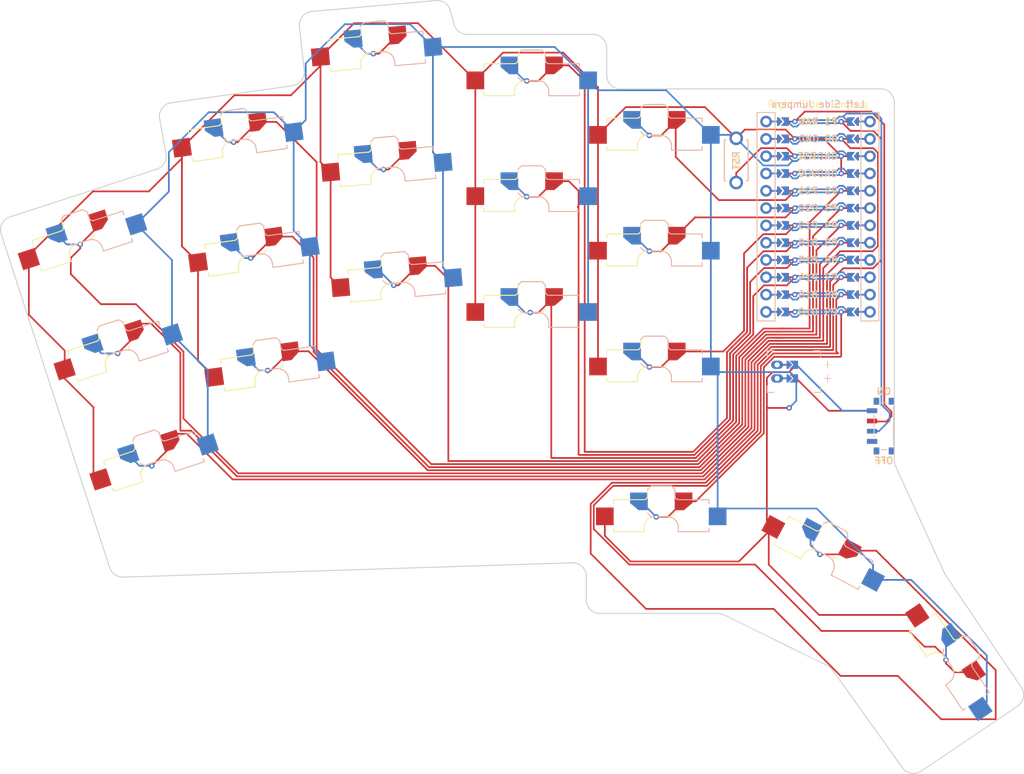
<source format=kicad_pcb>
(kicad_pcb (version 20240108) (generator "pcbnew") (generator_version "8.0")
  (title_block (title "AlcoKeb") (rev "v1.0.0") (company "Unknown"))
  (layers (0 "F.Cu" signal) (31 "B.Cu" signal) (34 "B.Paste" user) (35 "F.Paste" user) (36 "B.SilkS" user "B.Silkscreen") (37 "F.SilkS" user "F.Silkscreen") (38 "B.Mask" user) (39 "F.Mask" user) (44 "Edge.Cuts" user))
  (net 0 "")
  (net 1 "P1")
  (net 2 "GND")
  (net 3 "P6")
  (net 4 "P0")
  (net 5 "P5")
  (net 6 "P4")
  (net 7 "P3")
  (net 8 "P2")
  (net 9 "P10")
  (net 10 "P16")
  (net 11 "P14")
  (net 12 "P15")
  (net 13 "P18")
  (net 14 "P19")
  (net 15 "P20")
  (net 16 "P21")
  (net 17 "P9")
  (net 18 "P7")
  (net 19 "P8")
  (net 20 "RAW")
  (net 21 "RST")
  (net 22 "VCC")
  (net 23 "MCU1_24")
  (net 24 "MCU1_1")
  (net 25 "MCU1_23")
  (net 26 "MCU1_2")
  (net 27 "MCU1_22")
  (net 28 "MCU1_3")
  (net 29 "MCU1_21")
  (net 30 "MCU1_4")
  (net 31 "MCU1_20")
  (net 32 "MCU1_5")
  (net 33 "MCU1_19")
  (net 34 "MCU1_6")
  (net 35 "MCU1_18")
  (net 36 "MCU1_7")
  (net 37 "MCU1_17")
  (net 38 "MCU1_8")
  (net 39 "MCU1_16")
  (net 40 "MCU1_9")
  (net 41 "MCU1_15")
  (net 42 "MCU1_10")
  (net 43 "MCU1_14")
  (net 44 "MCU1_11")
  (net 45 "MCU1_13")
  (net 46 "MCU1_12")
  (net 47 "BAT_P")
  (net 48 "JST1_1")
  (net 49 "JST1_2")
  (footprint "ceoloide:reset_switch_tht_top" (layer "F.Cu") (at 234.231933 102.168995 -90)
    (property "Reference" "RST1" (hide yes))
    (property "Value" "reset_switch_tht_top")
  )
  (footprint "ceoloide:mcu_nice_nano" (layer "F.Cu") (at 246.231933 109.168995)
    (property "Reference" "MCU1" (hide yes))
    (property "Value" "")
  )
  (footprint "ceoloide:battery_connector_jst_ph_2" (layer "F.Cu") (at 240.231933 133.168995 90)
    (property "Reference" "JST1" (hide yes))
    (property "Value" "")
  )
  (footprint "ceoloide:power_switch_smd_side" (layer "F.Cu") (at 255.891933 141.168995)
    (property "Reference" "PWR1" (hide yes))
    (property "Value" "power_switch")
  )
  (footprint "ceoloide:switch_choc_v1_v2" (layer "B.Cu") (at 245.231933 163.168995 -28)
    (property "Reference" "S17" (hide yes))
    (property "Value" "")
  )
  (footprint "ceoloide:switch_choc_v1_v2" (layer "B.Cu") (at 161.635783 102.864814 8)
    (property "Reference" "S6" (hide yes))
    (property "Value" "")
  )
  (footprint "ceoloide:switch_choc_v1_v2" (layer "B.Cu") (at 222.231933 119.168995)
    (property "Reference" "S14" (hide yes))
    (property "Value" "")
  )
  (footprint "ceoloide:switch_choc_v1_v2" (layer "B.Cu") (at 144.746711 133.832039 18)
    (property "Reference" "S2" (hide yes))
    (property "Value" "")
  )
  (footprint "ceoloide:switch_choc_v1_v2" (layer "B.Cu") (at 204.231933 128.168995)
    (property "Reference" "S10" (hide yes))
    (property "Value" "")
  )
  (footprint "ceoloide:switch_choc_v1_v2" (layer "B.Cu") (at 262.309422 177.912107 -56)
    (property "Reference" "S18" (hide yes))
    (property "Value" "")
  )
  (footprint "ceoloide:switch_choc_v1_v2" (layer "B.Cu") (at 222.231933 136.168995)
    (property "Reference" "S13" (hide yes))
    (property "Value" "")
  )
  (footprint "ceoloide:switch_choc_v1_v2" (layer "B.Cu") (at 181.818004 89.977166 5)
    (property "Reference" "S9" (hide yes))
    (property "Value" "")
  )
  (footprint "ceoloide:switch_choc_v1_v2" (layer "B.Cu") (at 204.231933 94.168995)
    (property "Reference" "S12" (hide yes))
    (property "Value" "")
  )
  (footprint "ceoloide:switch_choc_v1_v2" (layer "B.Cu") (at 166.367669 136.533929 8)
    (property "Reference" "S4" (hide yes))
    (property "Value" "")
  )
  (footprint "ceoloide:switch_choc_v1_v2" (layer "B.Cu") (at 184.781299 123.847786 5)
    (property "Reference" "S7" (hide yes))
    (property "Value" "")
  )
  (footprint "ceoloide:switch_choc_v1_v2" (layer "B.Cu") (at 183.299651 106.912476 5)
    (property "Reference" "S8" (hide yes))
    (property "Value" "")
  )
  (footprint "ceoloide:switch_choc_v1_v2" (layer "B.Cu") (at 204.231933 111.168995)
    (property "Reference" "S11" (hide yes))
    (property "Value" "")
  )
  (footprint "ceoloide:switch_choc_v1_v2" (layer "B.Cu") (at 139.493422 117.664078 18)
    (property "Reference" "S3" (hide yes))
    (property "Value" "")
  )
  (footprint "ceoloide:switch_choc_v1_v2" (layer "B.Cu") (at 223.231933 158.168995)
    (property "Reference" "S16" (hide yes))
    (property "Value" "")
  )
  (footprint "ceoloide:switch_choc_v1_v2" (layer "B.Cu") (at 164.001726 119.699371 8)
    (property "Reference" "S5" (hide yes))
    (property "Value" "")
  )
  (footprint "ceoloide:switch_choc_v1_v2" (layer "B.Cu") (at 150 150 18)
    (property "Reference" "S1" (hide yes))
    (property "Value" "")
  )
  (footprint "ceoloide:switch_choc_v1_v2" (layer "B.Cu") (at 222.231933 102.168995)
    (property "Reference" "S15" (hide yes))
    (property "Value" "")
  )
  (gr_line (start 151.341459 93.708398) (end 169.150619 91.205483) (stroke (width 0.15)) (layer "Edge.Cuts"))
  (gr_line (start 257.613056 147.065111) (end 264.794615 162.771184) (stroke (width 0.15)) (layer "Edge.Cuts"))
  (gr_line (start 231.566021 168.668995) (end 214.231933 168.668995) (stroke (width 0.15)) (layer "Edge.Cuts"))
  (gr_line (start 192.295693 80.178838) (end 192.834433 82.187178) (stroke (width 0.15)) (layer "Edge.Cuts"))
  (gr_line (start 217.231933 91.668995) (end 255.431933 91.668995) (stroke (width 0.15)) (layer "Edge.Cuts"))
  (gr_line (start 257.431933 93.668995) (end 257.431933 146.233434) (stroke (width 0.15)) (layer "Edge.Cuts"))
  (gr_line (start 258.623637 191.320628) (end 248.364645 176.979789) (stroke (width 0.15)) (layer "Edge.Cuts"))
  (gr_arc (start 170.860852 89.011515) (mid 170.449648 90.454536) (end 169.150619 91.205483) (stroke (width 0.15)) (layer "Edge.Cuts"))
  (gr_arc (start 261.368656 191.81506) (mid 259.895736 192.125311) (end 258.623637 191.320628) (stroke (width 0.15)) (layer "Edge.Cuts"))
  (gr_line (start 212.231933 166.668995) (end 212.231933 163.233838) (stroke (width 0.15)) (layer "Edge.Cuts"))
  (gr_arc (start 231.566021 168.668995) (mid 232.019783 168.72115) (end 232.449879 168.874895) (stroke (width 0.15)) (layer "Edge.Cuts"))
  (gr_arc (start 210.168141 161.234856) (mid 211.62341 161.797248) (end 212.231933 163.233838) (stroke (width 0.15)) (layer "Edge.Cuts"))
  (gr_line (start 247.62187 176.349332) (end 232.449879 168.874895) (stroke (width 0.15)) (layer "Edge.Cuts"))
  (gr_arc (start 149.651734 96.04488) (mid 149.999192 94.51692) (end 151.341459 93.708398) (stroke (width 0.15)) (layer "Edge.Cuts"))
  (gr_arc (start 213.231933 83.668995) (mid 214.646147 84.254781) (end 215.231933 85.668995) (stroke (width 0.15)) (layer "Edge.Cuts"))
  (gr_arc (start 190.189676 78.704631) (mid 191.510909 79.058555) (end 192.295693 80.178838) (stroke (width 0.15)) (layer "Edge.Cuts"))
  (gr_arc (start 217.231933 91.668995) (mid 215.817719 91.083209) (end 215.231933 89.668995) (stroke (width 0.15)) (layer "Edge.Cuts"))
  (gr_line (start 194.766139 83.668995) (end 213.231933 83.668995) (stroke (width 0.15)) (layer "Edge.Cuts"))
  (gr_arc (start 276.047053 179.50192) (mid 276.352232 181.001924) (end 275.507364 182.278381) (stroke (width 0.15)) (layer "Edge.Cuts"))
  (gr_arc (start 214.231933 168.668995) (mid 212.817719 168.083209) (end 212.231933 166.668995) (stroke (width 0.15)) (layer "Edge.Cuts"))
  (gr_line (start 210.16814 161.234856) (end 144.284694 163.337359) (stroke (width 0.15)) (layer "Edge.Cuts"))
  (gr_arc (start 150.58422 101.200701) (mid 150.332742 102.582955) (end 149.234183 103.45876) (stroke (width 0.15)) (layer "Edge.Cuts"))
  (gr_line (start 264.955417 163.057893) (end 276.047053 179.50192) (stroke (width 0.15)) (layer "Edge.Cuts"))
  (gr_line (start 215.231933 85.668995) (end 215.231933 89.668995) (stroke (width 0.15)) (layer "Edge.Cuts"))
  (gr_line (start 127.689235 110.459138) (end 149.234183 103.45876) (stroke (width 0.15)) (layer "Edge.Cuts"))
  (gr_line (start 142.318789 161.956411) (end 126.405156 112.979285) (stroke (width 0.15)) (layer "Edge.Cuts"))
  (gr_line (start 171.976663 80.298064) (end 190.189676 78.704631) (stroke (width 0.15)) (layer "Edge.Cuts"))
  (gr_arc (start 247.62187 176.349332) (mid 248.032234 176.61864) (end 248.364645 176.979789) (stroke (width 0.15)) (layer "Edge.Cuts"))
  (gr_arc (start 170.162395 82.503885) (mid 170.606327 81.019995) (end 171.976663 80.298064) (stroke (width 0.15)) (layer "Edge.Cuts"))
  (gr_arc (start 264.955417 163.057893) (mid 264.869116 162.917848) (end 264.794615 162.771184) (stroke (width 0.15)) (layer "Edge.Cuts"))
  (gr_line (start 170.860852 89.011515) (end 170.162395 82.503885) (stroke (width 0.15)) (layer "Edge.Cuts"))
  (gr_arc (start 257.613056 147.065111) (mid 257.477738 146.65902) (end 257.431933 146.233434) (stroke (width 0.15)) (layer "Edge.Cuts"))
  (gr_line (start 275.507363 182.278381) (end 261.368655 191.81506) (stroke (width 0.15)) (layer "Edge.Cuts"))
  (gr_arc (start 144.284694 163.337359) (mid 143.071289 162.974955) (end 142.318789 161.956411) (stroke (width 0.15)) (layer "Edge.Cuts"))
  (gr_arc (start 126.405156 112.979285) (mid 126.525256 111.45327) (end 127.689235 110.459138) (stroke (width 0.15)) (layer "Edge.Cuts"))
  (gr_arc (start 255.431933 91.668995) (mid 256.846147 92.254781) (end 257.431933 93.668995) (stroke (width 0.15)) (layer "Edge.Cuts"))
  (gr_arc (start 194.766139 83.668995) (mid 193.54884 83.255873) (end 192.834433 82.187178) (stroke (width 0.15)) (layer "Edge.Cuts"))
  (gr_line (start 150.584219 101.200701) (end 149.651734 96.04488) (stroke (width 0.15)) (layer "Edge.Cuts"))
  (segment (start 151.276059 144.223941) (end 151.276059 143.329183) (width 0.25) (layer "F.Cu") (net 1))
  (segment (start 152.311713 142.293529) (end 153.653195 142.293529) (width 0.25) (layer "F.Cu") (net 1))
  (segment (start 255.5 116.802629) (end 255.5 98.995361) (width 0.25) (layer "F.Cu") (net 1))
  (segment (start 248.006933 123.006933) (end 248 123) (width 0.25) (layer "F.Cu") (net 1))
  (segment (start 254.302629 118) (end 255.5 116.802629) (width 0.25) (layer "F.Cu") (net 1))
  (segment (start 236.924819 141.665993) (end 236.924819 131.983773) (width 0.25) (layer "F.Cu") (net 1))
  (segment (start 248 119.935623) (end 249.935623 118) (width 0.25) (layer "F.Cu") (net 1))
  (segment (start 255.5 98.995361) (end 254.338634 97.833995) (width 0.25) (layer "F.Cu") (net 1))
  (segment (start 248.006933 129.5) (end 248.006933 123.006933) (width 0.25) (layer "F.Cu") (net 1))
  (segment (start 249.935623 118) (end 254.302629 118) (width 0.25) (layer "F.Cu") (net 1))
  (segment (start 247.956933 129.55) (end 248.006933 129.5) (width 0.25) (layer "F.Cu") (net 1))
  (segment (start 236.924819 131.983773) (end 239.358592 129.55) (width 0.25) (layer "F.Cu") (net 1))
  (segment (start 148.5 147) (end 151.276059 144.223941) (width 0.25) (layer "F.Cu") (net 1))
  (segment (start 153.653195 142.293529) (end 160.359666 149) (width 0.25) (layer "F.Cu") (net 1))
  (segment (start 250.996933 97.833995) (end 249.631933 96.468995) (width 0.25) (layer "F.Cu") (net 1))
  (segment (start 248 123) (end 248 119.935623) (width 0.25) (layer "F.Cu") (net 1))
  (segment (start 160.359666 149) (end 229.590812 149) (width 0.25) (layer "F.Cu") (net 1))
  (segment (start 254.338634 97.833995) (end 250.996933 97.833995) (width 0.25) (layer "F.Cu") (net 1))
  (segment (start 151.276059 143.329183) (end 152.311713 142.293529) (width 0.25) (layer "F.Cu") (net 1))
  (segment (start 229.590812 149) (end 236.924819 141.665993) (width 0.25) (layer "F.Cu") (net 1))
  (segment (start 239.358592 129.55) (end 247.956933 129.55) (width 0.25) (layer "F.Cu") (net 1))
  (segment (start 251.007 96.469) (end 249.632 96.469) (width 0.25) (layer "F.Cu") (net 1))
  (via (at 148.5 147) (size 0.8) (drill 0.4) (layers "F.Cu" "B.Cu") (net 1))
  (segment (start 146.693395 147) (end 148.5 147) (width 0.25) (layer "B.Cu") (net 1))
  (segment (start 243.132 97.194) (end 243.627 96.699) (width 0.25) (layer "B.Cu") (net 1))
  (segment (start 242.532 97.194) (end 243.132 97.194) (width 0.25) (layer "B.Cu") (net 1))
  (segment (start 241.457 96.469) (end 241.807 96.469) (width 0.25) (layer "B.Cu") (net 1))
  (segment (start 243.627 96.699) (end 249.402 96.699) (width 0.25) (layer "B.Cu") (net 1))
  (segment (start 241.807 96.469) (end 242.532 97.194) (width 0.25) (layer "B.Cu") (net 1))
  (segment (start 145.046639 145.353244) (end 146.693395 147) (width 0.25) (layer "B.Cu") (net 1))
  (segment (start 251.007 101.549) (end 249.632 101.549) (width 0.25) (layer "F.Cu") (net 2))
  (segment (start 241.457 99.009) (end 242.832 99.009) (width 0.25) (layer "F.Cu") (net 2))
  (segment (start 208.843995 86.343995) (end 213.956933 91.456933) (width 0.25) (layer "F.Cu") (net 2))
  (segment (start 152.919416 114.77158) (end 155.285359 117.137523) (width 0.25) (layer "F.Cu") (net 2))
  (segment (start 238.724819 134.092961) (end 239.573785 133.243995) (width 0.25) (layer "F.Cu") (net 2))
  (segment (start 249.631933 101.548995) (end 249.631933 104.088995) (width 0.25) (layer "F.Cu") (net 2))
  (segment (start 235.506933 97.643995) (end 241.466933 97.643995) (width 0.25) (layer "F.Cu") (net 2))
  (segment (start 168.908277 92.606998) (end 173.247659 88.267616) (width 0.25) (layer "F.Cu") (net 2))
  (segment (start 246.388533 168.888533) (end 260.724677 168.888533) (width 0.25) (layer "F.Cu") (net 2))
  (segment (start 139.939508 147.958968) (end 140.971194 148.990654) (width 0.25) (layer "F.Cu") (net 2))
  (segment (start 152.919416 100.302966) (end 152.919416 114.77158) (width 0.25) (layer "F.Cu") (net 2))
  (segment (start 239.573785 133.243995) (end 241.972933 133.243995) (width 0.25) (layer "F.Cu") (net 2))
  (segment (start 218.7331 161.043995) (end 234.615129 161.043995) (width 0.25) (layer "F.Cu") (net 2))
  (segment (start 214.956933 154.418995) (end 214.956933 157.267828) (width 0.25) (layer "F.Cu") (net 2))
  (segment (start 229.656933 94.343995) (end 234.231933 98.918995) (width 0.25) (layer "F.Cu") (net 2))
  (segment (start 213.956933 98.418995) (end 213.956933 115.418995) (width 0.25) (layer "F.Cu") (net 2))
  (segment (start 200.031933 86.343995) (end 208.843995 86.343995) (width 0.25) (layer "F.Cu") (net 2))
  (segment (start 135.717905 130.079095) (end 135.717905 132.822693) (width 0.25) (layer "F.Cu") (net 2))
  (segment (start 238.724819 138.5) (end 238.724819 134.092961) (width 0.25) (layer "F.Cu") (net 2))
  (segment (start 242 138.5) (end 238.724819 138.5) (width 0.25) (layer "F.Cu") (net 2))
  (segment (start 130.464616 116.654732) (end 130.464616 116.105761) (width 0.25) (layer "F.Cu") (net 2))
  (segment (start 213.956933 98.418995) (end 218.031933 94.343995) (width 0.25) (layer "F.Cu") (net 2))
  (segment (start 239 161.5) (end 246.388533 168.888533) (width 0.25) (layer "F.Cu") (net 2))
  (segment (start 130.464616 116.105761) (end 139.853287 106.71709) (width 0.25) (layer "F.Cu") (net 2))
  (segment (start 178.184274 82.026035) (end 187.563973 82.026035) (width 0.25) (layer "F.Cu") (net 2))
  (segment (start 214.956933 157.267828) (end 218.7331 161.043995) (width 0.25) (layer "F.Cu") (net 2))
  (segment (start 213.956933 91.456933) (end 213.956933 98.418995) (width 0.25) (layer "F.Cu") (net 2))
  (segment (start 139.939508 138.411197) (end 139.939508 147.958968) (width 0.25) (layer "F.Cu") (net 2))
  (segment (start 155.285359 131.606138) (end 157.651302 133.972081) (width 0.25) (layer "F.Cu") (net 2))
  (segment (start 148.070454 106.71709) (end 152.919416 101.868128) (width 0.25) (layer "F.Cu") (net 2))
  (segment (start 152.919416 100.302966) (end 160.615384 92.606998) (width 0.25) (layer "F.Cu") (net 2))
  (segment (start 238.724819 155.011823) (end 238.724819 138.5) (width 0.25) (layer "F.Cu") (net 2))
  (segment (start 195.956933 90.418995) (end 200.031933 86.343995) (width 0.25) (layer "F.Cu") (net 2))
  (segment (start 130.464616 116.654732) (end 130.464616 124.825806) (width 0.25) (layer "F.Cu") (net 2))
  (segment (start 173.247659 88.267616) (end 173.247659 86.96265) (width 0.25) (layer "F.Cu") (net 2))
  (segment (start 187.563973 82.026035) (end 195.956933 90.418995) (width 0.25) (layer "F.Cu") (net 2))
  (segment (start 218.031933 94.343995) (end 229.656933 94.343995) (width 0.25) (layer "F.Cu") (net 2))
  (segment (start 174.729306 119.351622) (end 176.210954 120.83327) (width 0.25) (layer "F.Cu") (net 2))
  (segment (start 195.956933 107.418995) (end 195.956933 124.418995) (width 0.25) (layer "F.Cu") (net 2))
  (segment (start 173.247659 86.96265) (end 178.184274 82.026035) (width 0.25) (layer "F.Cu") (net 2))
  (segment (start 195.956933 90.418995) (end 195.956933 107.418995) (width 0.25) (layer "F.Cu") (net 2))
  (segment (start 251.007 104.089) (end 249.632 104.089) (width 0.25) (layer "F.Cu") (net 2))
  (segment (start 160.615384 92.606998) (end 168.908277 92.606998) (width 0.25) (layer "F.Cu") (net 2))
  (segment (start 174.729306 103.89796) (end 174.729306 119.351622) (width 0.25) (layer "F.Cu") (net 2))
  (segment (start 173.247659 102.416313) (end 174.729306 103.89796) (width 0.25) (layer "F.Cu") (net 2))
  (segment (start 242.831933 99.008995) (end 247.091933 99.008995) (width 0.25) (layer "F.Cu") (net 2))
  (segment (start 239.68606 155.973064) (end 239 156.659124) (width 0.25) (layer "F.Cu") (net 2))
  (segment (start 260.724677 168.888533) (end 260.790992 168.954848) (width 0.25) (layer "F.Cu") (net 2))
  (segment (start 173.247659 86.96265) (end 173.247659 102.416313) (width 0.25) (layer "F.Cu") (net 2))
  (segment (start 135.717905 132.822693) (end 135.717905 134.189594) (width 0.25) (layer "F.Cu") (net 2))
  (segment (start 241.972933 133.243995) (end 243.047933 132.168995) (width 0.25) (layer "F.Cu") (net 2))
  (segment (start 234.615129 161.043995) (end 239.68606 155.973064) (width 0.25) (layer "F.Cu") (net 2))
  (segment (start 241.466933 97.643995) (end 242.831933 99.008995) (width 0.25) (layer "F.Cu") (net 2))
  (segment (start 152.919416 101.868128) (end 152.919416 100.302966) (width 0.25) (layer "F.Cu") (net 2))
  (segment (start 239 156.659124) (end 239 161.5) (width 0.25) (layer "F.Cu") (net 2))
  (segment (start 139.853287 106.71709) (end 148.070454 106.71709) (width 0.25) (layer "F.Cu") (net 2))
  (segment (start 130.464616 124.825806) (end 135.717905 130.079095) (width 0.25) (layer "F.Cu") (net 2))
  (segment (start 239.68606 155.973064) (end 238.724819 155.011823) (width 0.25) (layer "F.Cu") (net 2))
  (segment (start 155.285359 117.137523) (end 155.285359 131.606138) (width 0.25) (layer "F.Cu") (net 2))
  (segment (start 135.717905 134.189594) (end 139.939508 138.411197) (width 0.25) (layer "F.Cu") (net 2))
  (segment (start 234.231933 98.918995) (end 235.506933 97.643995) (width 0.25) (layer "F.Cu") (net 2))
  (segment (start 213.956933 115.418995) (end 213.956933 132.418995) (width 0.25) (layer "F.Cu") (net 2))
  (segment (start 247.091933 99.008995) (end 249.631933 101.548995) (width 0.25) (layer "F.Cu") (net 2))
  (via (at 242 138.5) (size 0.8) (drill 0.4) (layers "F.Cu" "B.Cu") (net 2))
  (segment (start 243.627 104.319) (end 249.402 104.319) (width 0.25) (layer "B.Cu") (net 2))
  (segment (start 243.132 102.274) (end 243.627 101.779) (width 0.25) (layer "B.Cu") (net 2))
  (segment (start 171.078758 96.229245) (end 169.308352 97.999651) (width 0.25) (layer "B.Cu") (net 2))
  (segment (start 151 100.951768) (end 151 106.745101) (width 0.25) (layer "B.Cu") (net 2))
  (segment (start 270.982078 181.738976) (end 270.982078 174.818992) (width 0.25) (layer "B.Cu") (net 2))
  (segment (start 230.506933 115.418995) (end 230.506933 98.418995) (width 0.25) (layer "B.Cu") (net 2))
  (segment (start 169.308352 97.999651) (end 166.40642 95.097719) (width 0.25) (layer "B.Cu") (net 2))
  (segment (start 213.956933 91.868995) (end 212.506933 90.418995) (width 0.25) (layer "B.Cu") (net 2))
  (segment (start 234.231933 98.918995) (end 238.226933 102.913995) (width 0.25) (layer "B.Cu") (net 2))
  (segment (start 243.627 101.779) (end 249.402 101.779) (width 0.25) (layer "B.Cu") (net 2))
  (segment (start 146.204601 111.5405) (end 151.45789 116.793789) (width 0.25) (layer "B.Cu") (net 2))
  (segment (start 171.674295 114.834208) (end 171.674295 129.302823) (width 0.25) (layer "B.Cu") (net 2))
  (segment (start 189.734681 100.973885) (end 191.216328 102.455532) (width 0.25) (layer "B.Cu") (net 2))
  (segment (start 166.40642 95.097719) (end 156.854049 95.097719) (width 0.25) (layer "B.Cu") (net 2))
  (segment (start 250.657 99.009) (end 249.932 98.284) (width 0.25) (layer "B.Cu") (net 2))
  (segment (start 169.308352 112.468265) (end 171.674295 114.834208) (width 0.25) (layer "B.Cu") (net 2))
  (segment (start 207.60816 85.520222) (end 189.734681 85.520222) (width 0.25) (layer "B.Cu") (net 2))
  (segment (start 191.216328 117.909194) (end 192.697976 119.390842) (width 0.25) (layer "B.Cu") (net 2))
  (segment (start 176.825192 82.174808) (end 171.078758 87.921242) (width 0.25) (layer "B.Cu") (net 2))
  (segment (start 231.506933 133.418995) (end 230.506933 132.418995) (width 0.25) (layer "B.Cu") (net 2))
  (segment (start 248.827 98.789) (end 243.052 98.789) (width 0.25) (layer "B.Cu") (net 2))
  (segment (start 212.506933 90.418995) (end 212.506933 107.418995) (width 0.25) (layer "B.Cu") (net 2))
  (segment (start 241.828005 102.913995) (end 242.5 102.242) (width 0.25) (layer "B.Cu") (net 2))
  (segment (start 242 138.5) (end 243.047933 137.452067) (width 0.25) (layer "B.Cu") (net 2))
  (segment (start 230.506933 132.418995) (end 230.506933 115.418995) (width 0.25) (layer "B.Cu") (net 2))
  (segment (start 251.007 99.009) (end 250.657 99.009) (width 0.25) (layer "B.Cu") (net 2))
  (segment (start 249.932 98.284) (end 249.332 98.284) (width 0.25) (layer "B.Cu") (net 2))
  (segment (start 254.298843 161.537361) (end 246.029188 153.267706) (width 0.25) (layer "B.Cu") (net 2))
  (segment (start 259.905905 163.742819) (end 254.298843 163.742819) (width 0.25) (layer "B.Cu") (net 2))
  (segment (start 242.532 104.814) (end 243.132 104.814) (width 0.25) (layer "B.Cu") (net 2))
  (segment (start 231.506933 154.418995) (end 231.506933 133.418995) (width 0.25) (layer "B.Cu") (net 2))
  (segment (start 241.807 101.549) (end 242.5 102.242) (width 0.25) (layer "B.Cu") (net 2))
  (segment (start 241.457 101.549) (end 241.807 101.549) (width 0.25) (layer "B.Cu") (net 2))
  (segment (start 242.122933 133.243995) (end 231.331933 133.243995) (width 0.25) (layer "B.Cu") (net 2))
  (segment (start 156.854049 95.097719) (end 151 100.951768) (width 0.25) (layer "B.Cu") (net 2))
  (segment (start 242.5 102.242) (end 242.532 102.274) (width 0.25) (layer "B.Cu") (net 2))
  (segment (start 243.132 104.814) (end 243.627 104.319) (width 0.25) (layer "B.Cu") (net 2))
  (segment (start 254.298843 163.742819) (end 254.298843 161.537361) (width 0.25) (layer "B.Cu") (net 2))
  (segment (start 230.506933 98.418995) (end 223.956933 91.868995) (width 0.25) (layer "B.Cu") (net 2))
  (segment (start 189.734681 85.520222) (end 186.389267 82.174808) (width 0.25) (layer "B.Cu") (net 2))
  (segment (start 191.216328 102.455532) (end 191.216328 117.909194) (width 0.25) (layer "B.Cu") (net 2))
  (segment (start 249.332 98.284) (end 248.827 98.789) (width 0.25) (layer "B.Cu") (net 2))
  (segment (start 171.078758 87.921242) (end 171.078758 96.229245) (width 0.25) (layer "B.Cu") (net 2))
  (segment (start 232.658222 153.267706) (end 231.506933 154.418995) (width 0.25) (layer "B.Cu") (net 2))
  (segment (start 151.45789 127.708461) (end 156.711179 132.96175) (width 0.25) (layer "B.Cu") (net 2))
  (segment (start 151.45789 116.793789) (end 151.45789 127.708461) (width 0.25) (layer "B.Cu") (net 2))
  (segment (start 270.045634 182.67542) (end 270.982078 181.738976) (width 0.25) (layer "B.Cu") (net 2))
  (segment (start 241.457 104.089) (end 241.807 104.089) (width 0.25) (layer "B.Cu") (net 2))
  (segment (start 231.331933 133.243995) (end 230.506933 132.418995) (width 0.25) (layer "B.Cu") (net 2))
  (segment (start 151 106.745101) (end 146.204601 111.5405) (width 0.25) (layer "B.Cu") (net 2))
  (segment (start 270.982078 174.818992) (end 259.905905 163.742819) (width 0.25) (layer "B.Cu") (net 2))
  (segment (start 230.506933 98.418995) (end 233.731933 98.418995) (width 0.25) (layer "B.Cu") (net 2))
  (segment (start 241.807 104.089) (end 242.532 104.814) (width 0.25) (layer "B.Cu") (net 2))
  (segment (start 242.532 102.274) (end 243.132 102.274) (width 0.25) (layer "B.Cu") (net 2))
  (segment (start 233.731933 98.418995) (end 234.231933 98.918995) (width 0.25) (layer "B.Cu") (net 2))
  (segment (start 212.506933 124.418995) (end 212.506933 107.418995) (width 0.25) (layer "B.Cu") (net 2))
  (segment (start 223.956933 91.868995) (end 213.956933 91.868995) (width 0.25) (layer "B.Cu") (net 2))
  (segment (start 169.308352 97.999651) (end 169.308352 112.468265) (width 0.25) (layer "B.Cu") (net 2))
  (segment (start 186.389267 82.174808) (end 176.825192 82.174808) (width 0.25) (layer "B.Cu") (net 2))
  (segment (start 246.029188 153.267706) (end 232.658222 153.267706) (width 0.25) (layer "B.Cu") (net 2))
  (segment (start 243.047933 134.168995) (end 242.122933 133.243995) (width 0.25) (layer "B.Cu") (net 2))
  (segment (start 189.734681 85.520222) (end 189.734681 100.973885) (width 0.25) (layer "B.Cu") (net 2))
  (segment (start 212.506933 90.418995) (end 207.60816 85.520222) (width 0.25) (layer "B.Cu") (net 2))
  (segment (start 238.226933 102.913995) (end 241.828005 102.913995) (width 0.25) (layer "B.Cu") (net 2))
  (segment (start 171.674295 129.302823) (end 174.040238 131.668766) (width 0.25) (layer "B.Cu") (net 2))
  (segment (start 243.047933 137.452067) (end 243.047933 134.168995) (width 0.25) (layer "B.Cu") (net 2))
  (segment (start 156.711179 132.96175) (end 156.711179 143.876422) (width 0.25) (layer "B.Cu") (net 2))
  (segment (start 236.474819 141.479597) (end 236.474819 138) (width 0.25) (layer "F.Cu") (net 3))
  (segment (start 251.007 116.789) (end 249.632 116.789) (width 0.25) (layer "F.Cu") (net 3))
  (segment (start 143.5 130.5) (end 146.02277 127.97723) (width 0.25) (layer "F.Cu") (net 3))
  (segment (start 146.02277 127.161222) (end 147.058424 126.125568) (width 0.25) (layer "F.Cu") (net 3))
  (segment (start 247.55 118.870928) (end 247.55 124.493067) (width 0.25) (layer "F.Cu") (net 3))
  (segment (start 236.474819 131.797377) (end 239.172196 129.1) (width 0.25) (layer "F.Cu") (net 3))
  (segment (start 152.692984 141.807016) (end 152.729497 141.843529) (width 0.25) (layer "F.Cu") (net 3))
  (segment (start 236.474819 138) (end 236.474819 131.797377) (width 0.25) (layer "F.Cu") (net 3))
  (segment (start 147.058424 126.125568) (end 148.399906 126.125568) (width 0.25) (layer "F.Cu") (net 3))
  (segment (start 249.631933 116.788995) (end 247.55 118.870928) (width 0.25) (layer "F.Cu") (net 3))
  (segment (start 230.977208 146.977208) (end 236.474819 141.479597) (width 0.25) (layer "F.Cu") (net 3))
  (segment (start 161 148.55) (end 229.404416 148.55) (width 0.25) (layer "F.Cu") (net 3))
  (segment (start 247.55 124.493067) (end 247.556933 124.5) (width 0.25) (layer "F.Cu") (net 3))
  (segment (start 148.399906 126.125568) (end 152.692984 130.418646) (width 0.25) (layer "F.Cu") (net 3))
  (segment (start 146.02277 127.97723) (end 146.02277 127.161222) (width 0.25) (layer "F.Cu") (net 3))
  (segment (start 152.692984 130.418646) (end 152.692984 141.807016) (width 0.25) (layer "F.Cu") (net 3))
  (segment (start 247.556933 129.1) (end 240 129.1) (width 0.25) (layer "F.Cu") (net 3))
  (segment (start 247.556933 124.5) (end 247.556933 129.1) (width 0.25) (layer "F.Cu") (net 3))
  (segment (start 152.729497 141.843529) (end 154.293529 141.843529) (width 0.25) (layer "F.Cu") (net 3))
  (segment (start 154.293529 141.843529) (end 161 148.55) (width 0.25) (layer "F.Cu") (net 3))
  (segment (start 229.404416 148.55) (end 230.977208 146.977208) (width 0.25) (layer "F.Cu") (net 3))
  (segment (start 239.172196 129.1) (end 239.813604 129.1) (width 0.25) (layer "F.Cu") (net 3))
  (via (at 143.5 130.5) (size 0.8) (drill 0.4) (layers "F.Cu" "B.Cu") (net 3))
  (segment (start 242.532 117.514) (end 243.132 117.514) (width 0.25) (layer "B.Cu") (net 3))
  (segment (start 141.108067 130.5) (end 143.5 130.5) (width 0.25) (layer "B.Cu") (net 3))
  (segment (start 241.457 116.789) (end 241.807 116.789) (width 0.25) (layer "B.Cu") (net 3))
  (segment (start 243.627 117.019) (end 249.402 117.019) (width 0.25) (layer "B.Cu") (net 3))
  (segment (start 139.79335 129.185283) (end 141.108067 130.5) (width 0.25) (layer "B.Cu") (net 3))
  (segment (start 241.807 116.789) (end 242.532 117.514) (width 0.25) (layer "B.Cu") (net 3))
  (segment (start 243.132 117.514) (end 243.627 117.019) (width 0.25) (layer "B.Cu") (net 3))
  (segment (start 138 114.5) (end 138 115.091636) (width 0.25) (layer "F.Cu") (net 4))
  (segment (start 255.026933 106.5) (end 255.026933 114.735696) (width 0.25) (layer "F.Cu") (net 4))
  (segment (start 250.996933 100.373995) (end 254.338634 100.373995) (width 0.25) (layer "F.Cu") (net 4))
  (segment (start 136.618422 116.473214) (end 136.618422 118.854942) (width 0.25) (layer "F.Cu") (net 4))
  (segment (start 229.21802 148.1) (end 236.024819 141.293201) (width 0.25) (layer "F.Cu") (net 4))
  (segment (start 140.769481 111.730519) (end 140.769481 110.993261) (width 0.25) (layer "F.Cu") (net 4))
  (segment (start 236.024819 135) (end 236.024819 131.610981) (width 0.25) (layer "F.Cu") (net 4))
  (segment (start 251.007 99.009) (end 249.632 99.009) (width 0.25) (layer "F.Cu") (net 4))
  (segment (start 236.024819 141.293201) (end 236.024819 135) (width 0.25) (layer "F.Cu") (net 4))
  (segment (start 254.338634 100.373995) (end 255.026933 101.062294) (width 0.25) (layer "F.Cu") (net 4))
  (segment (start 161.186396 148.1) (end 229.21802 148.1) (width 0.25) (layer "F.Cu") (net 4))
  (segment (start 138 115.091636) (end 136.618422 116.473214) (width 0.25) (layer "F.Cu") (net 4))
  (segment (start 254.262629 115.5) (end 249.5 115.5) (width 0.25) (layer "F.Cu") (net 4))
  (segment (start 141.03306 123.26958) (end 146.180314 123.26958) (width 0.25) (layer "F.Cu") (net 4))
  (segment (start 238.9858 128.65) (end 240.5 128.65) (width 0.25) (layer "F.Cu") (net 4))
  (segment (start 247 121) (end 247 128.65) (width 0.25) (layer "F.Cu") (net 4))
  (segment (start 255.026933 101.062294) (end 255.026933 106.5) (width 0.25) (layer "F.Cu") (net 4))
  (segment (start 236.024819 131.610981) (end 238.9858 128.65) (width 0.25) (layer "F.Cu") (net 4))
  (segment (start 247 118) (end 247 121) (width 0.25) (layer "F.Cu") (net 4))
  (segment (start 247 128.65) (end 244.5 128.65) (width 0.25) (layer "F.Cu") (net 4))
  (segment (start 153.142984 130.23225) (end 153.142984 140.056588) (width 0.25) (layer "F.Cu") (net 4))
  (segment (start 249.5 115.5) (end 247 118) (width 0.25) (layer "F.Cu") (net 4))
  (segment (start 161.043198 147.956802) (end 161.186396 148.1) (width 0.25) (layer "F.Cu") (net 4))
  (segment (start 244.5 128.65) (end 240 128.65) (width 0.25) (layer "F.Cu") (net 4))
  (segment (start 153.142984 140.056588) (end 161.043198 147.956802) (width 0.25) (layer "F.Cu") (net 4))
  (segment (start 136.618422 118.854942) (end 141.03306 123.26958) (width 0.25) (layer "F.Cu") (net 4))
  (segment (start 138 114.5) (end 140.769481 111.730519) (width 0.25) (layer "F.Cu") (net 4))
  (segment (start 146.180314 123.26958) (end 153.142984 130.23225) (width 0.25) (layer "F.Cu") (net 4))
  (segment (start 255.026933 114.735696) (end 254.262629 115.5) (width 0.25) (layer "F.Cu") (net 4))
  (segment (start 249.631933 99.008995) (end 250.996933 100.373995) (width 0.25) (layer "F.Cu") (net 4))
  (via (at 138 114.5) (size 0.8) (drill 0.4) (layers "F.Cu" "B.Cu") (net 4))
  (segment (start 242.532 99.734) (end 243.132 99.734) (width 0.25) (layer "B.Cu") (net 4))
  (segment (start 134.540061 113.017322) (end 136.022739 114.5) (width 0.25) (layer "B.Cu") (net 4))
  (segment (start 243.627 99.239) (end 249.402 99.239) (width 0.25) (layer "B.Cu") (net 4))
  (segment (start 243.132 99.734) (end 243.627 99.239) (width 0.25) (layer "B.Cu") (net 4))
  (segment (start 136.022739 114.5) (end 138 114.5) (width 0.25) (layer "B.Cu") (net 4))
  (segment (start 241.457 99.009) (end 241.807 99.009) (width 0.25) (layer "B.Cu") (net 4))
  (segment (start 241.807 99.009) (end 242.532 99.734) (width 0.25) (layer "B.Cu") (net 4))
  (segment (start 188.974202 147.65) (end 203.5 147.65) (width 0.25) (layer "F.Cu") (net 5))
  (segment (start 235.574819 141.106805) (end 235.574819 131.424585) (width 0.25) (layer "F.Cu") (net 5))
  (segment (start 249.631933 114.248995) (end 246.5 117.380928) (width 0.25) (layer "F.Cu") (net 5))
  (segment (start 251.007 114.249) (end 249.632 114.249) (width 0.25) (layer "F.Cu") (net 5))
  (segment (start 165.968759 133) (end 168.782717 130.186042) (width 0.25) (layer "F.Cu") (net 5))
  (segment (start 171.510244 130.186042) (end 188.974202 147.65) (width 0.25) (layer "F.Cu") (net 5))
  (segment (start 246.3 128.2) (end 240 128.2) (width 0.25) (layer "F.Cu") (net 5))
  (segment (start 235.574819 131.424585) (end 238.799404 128.2) (width 0.25) (layer "F.Cu") (net 5))
  (segment (start 168.782717 130.186042) (end 171.510244 130.186042) (width 0.25) (layer "F.Cu") (net 5))
  (segment (start 165.5 133) (end 165.968759 133) (width 0.25) (layer "F.Cu") (net 5))
  (segment (start 246.5 128.2) (end 246.3 128.2) (width 0.25) (layer "F.Cu") (net 5))
  (segment (start 230.090812 146.590812) (end 235.574819 141.106805) (width 0.25) (layer "F.Cu") (net 5))
  (segment (start 203.5 147.65) (end 229.031624 147.65) (width 0.25) (layer "F.Cu") (net 5))
  (segment (start 246.5 117.380928) (end 246.5 128.2) (width 0.25) (layer "F.Cu") (net 5))
  (segment (start 229.031624 147.65) (end 230.090812 146.590812) (width 0.25) (layer "F.Cu") (net 5))
  (segment (start 238.799404 128.2) (end 241 128.2) (width 0.25) (layer "F.Cu") (net 5))
  (via (at 165.5 133) (size 0.8) (drill 0.4) (layers "F.Cu" "B.Cu") (net 5))
  (segment (start 242.532 114.974) (end 243.132 114.974) (width 0.25) (layer "B.Cu") (net 5))
  (segment (start 243.132 114.974) (end 243.627 114.479) (width 0.25) (layer "B.Cu") (net 5))
  (segment (start 162.296461 131.097626) (end 164.198835 133) (width 0.25) (layer "B.Cu") (net 5))
  (segment (start 241.807 114.249) (end 242.532 114.974) (width 0.25) (layer "B.Cu") (net 5))
  (segment (start 243.627 114.479) (end 249.402 114.479) (width 0.25) (layer "B.Cu") (net 5))
  (segment (start 164.198835 133) (end 165.5 133) (width 0.25) (layer "B.Cu") (net 5))
  (segment (start 241.457 114.249) (end 241.807 114.249) (width 0.25) (layer "B.Cu") (net 5))
  (segment (start 246 115.340928) (end 249.631933 111.708995) (width 0.25) (layer "F.Cu") (net 6))
  (segment (start 251.007 111.709) (end 249.632 111.709) (width 0.25) (layer "F.Cu") (net 6))
  (segment (start 228.845228 147.2) (end 235.124819 140.920409) (width 0.25) (layer "F.Cu") (net 6))
  (segment (start 166.416774 113.351484) (end 169.144301 113.351484) (width 0.25) (layer "F.Cu") (net 6))
  (segment (start 235.124819 131.238189) (end 238.613008 127.75) (width 0.25) (layer "F.Cu") (net 6))
  (segment (start 238.613008 127.75) (end 246 127.75) (width 0.25) (layer "F.Cu") (net 6))
  (segment (start 246 127.75) (end 246 115.340928) (width 0.25) (layer "F.Cu") (net 6))
  (segment (start 172.230299 116.437482) (end 172.230299 130.269701) (width 0.25) (layer "F.Cu") (net 6))
  (segment (start 235.124819 140.920409) (end 235.124819 131.238189) (width 0.25) (layer "F.Cu") (net 6))
  (segment (start 172.230299 130.269701) (end 189.160598 147.2) (width 0.25) (layer "F.Cu") (net 6))
  (segment (start 189.160598 147.2) (end 228.845228 147.2) (width 0.25) (layer "F.Cu") (net 6))
  (segment (start 163 116.5) (end 163.268258 116.5) (width 0.25) (layer "F.Cu") (net 6))
  (segment (start 169.144301 113.351484) (end 172.230299 116.437482) (width 0.25) (layer "F.Cu") (net 6))
  (segment (start 163.268258 116.5) (end 166.416774 113.351484) (width 0.25) (layer "F.Cu") (net 6))
  (via (at 163 116.5) (size 0.8) (drill 0.4) (layers "F.Cu" "B.Cu") (net 6))
  (segment (start 242.532 112.434) (end 243.132 112.434) (width 0.25) (layer "B.Cu") (net 6))
  (segment (start 159.930518 114.263068) (end 162.16745 116.5) (width 0.25) (layer "B.Cu") (net 6))
  (segment (start 243.132 112.434) (end 243.627 111.939) (width 0.25) (layer "B.Cu") (net 6))
  (segment (start 241.457 111.709) (end 241.807 111.709) (width 0.25) (layer "B.Cu") (net 6))
  (segment (start 241.807 111.709) (end 242.532 112.434) (width 0.25) (layer "B.Cu") (net 6))
  (segment (start 243.627 111.939) (end 249.402 111.939) (width 0.25) (layer "B.Cu") (net 6))
  (segment (start 162.16745 116.5) (end 163 116.5) (width 0.25) (layer "B.Cu") (net 6))
  (segment (start 234.674819 140.734013) (end 234.674819 140) (width 0.25) (layer "F.Cu") (net 7))
  (segment (start 172.680299 102.418868) (end 172.680299 120.5) (width 0.25) (layer "F.Cu") (net 7))
  (segment (start 228.658832 146.75) (end 228.704416 146.704416) (width 0.25) (layer "F.Cu") (net 7))
  (segment (start 172.680299 120.5) (end 172.680299 129.930299) (width 0.25) (layer "F.Cu") (net 7))
  (segment (start 172.680299 129.930299) (end 189.5 146.75) (width 0.25) (layer "F.Cu") (net 7))
  (segment (start 160.5 99.5) (end 161.067758 99.5) (width 0.25) (layer "F.Cu") (net 7))
  (segment (start 164.050831 96.516927) (end 166.778358 96.516927) (width 0.25) (layer "F.Cu") (net 7))
  (segment (start 166.778358 96.516927) (end 172.680299 102.418868) (width 0.25) (layer "F.Cu") (net 7))
  (segment (start 245.5 127.3) (end 240 127.3) (width 0.25) (layer "F.Cu") (net 7))
  (segment (start 234.674819 140) (end 234.674819 131.051793) (width 0.25) (layer "F.Cu") (net 7))
  (segment (start 234.674819 131.051793) (end 238.426612 127.3) (width 0.25) (layer "F.Cu") (net 7))
  (segment (start 228.704416 146.704416) (end 234.674819 140.734013) (width 0.25) (layer "F.Cu") (net 7))
  (segment (start 245.5 113.300928) (end 245.5 127.3) (width 0.25) (layer "F.Cu") (net 7))
  (segment (start 251.007 109.169) (end 249.632 109.169) (width 0.25) (layer "F.Cu") (net 7))
  (segment (start 249.631933 109.168995) (end 245.5 113.300928) (width 0.25) (layer "F.Cu") (net 7))
  (segment (start 161.067758 99.5) (end 164.050831 96.516927) (width 0.25) (layer "F.Cu") (net 7))
  (segment (start 189.5 146.75) (end 228.658832 146.75) (width 0.25) (layer "F.Cu") (net 7))
  (segment (start 238.426612 127.3) (end 240.313604 127.3) (width 0.25) (layer "F.Cu") (net 7))
  (via (at 160.5 99.5) (size 0.8) (drill 0.4) (layers "F.Cu" "B.Cu") (net 7))
  (segment (start 242.532 109.894) (end 243.132 109.894) (width 0.25) (layer "B.Cu") (net 7))
  (segment (start 243.627 109.399) (end 249.402 109.399) (width 0.25) (layer "B.Cu") (net 7))
  (segment (start 159.636064 99.5) (end 160.5 99.5) (width 0.25) (layer "B.Cu") (net 7))
  (segment (start 243.132 109.894) (end 243.627 109.399) (width 0.25) (layer "B.Cu") (net 7))
  (segment (start 157.564575 97.428511) (end 159.636064 99.5) (width 0.25) (layer "B.Cu") (net 7))
  (segment (start 241.807 109.169) (end 242.532 109.894) (width 0.25) (layer "B.Cu") (net 7))
  (segment (start 241.457 109.169) (end 241.807 109.169) (width 0.25) (layer "B.Cu") (net 7))
  (segment (start 187.52526 117.634992) (end 190.045803 117.634992) (width 0.25) (layer "F.Cu") (net 8))
  (segment (start 184.660252 120.5) (end 187.52526 117.634992) (width 0.25) (layer "F.Cu") (net 8))
  (segment (start 192 119.589189) (end 192 146.3) (width 0.25) (layer "F.Cu") (net 8))
  (segment (start 234.224819 130.865397) (end 238.240216 126.85) (width 0.25) (layer "F.Cu") (net 8))
  (segment (start 192 146.3) (end 192.5 146.3) (width 0.25) (layer "F.Cu") (net 8))
  (segment (start 245 111.260928) (end 245 126.85) (width 0.25) (layer "F.Cu") (net 8))
  (segment (start 245 126.85) (end 240.5 126.85) (width 0.25) (layer "F.Cu") (net 8))
  (segment (start 192.5 146.3) (end 228.472436 146.3) (width 0.25) (layer "F.Cu") (net 8))
  (segment (start 249.631933 106.628995) (end 245 111.260928) (width 0.25) (layer "F.Cu") (net 8))
  (segment (start 184 120.5) (end 184.660252 120.5) (width 0.25) (layer "F.Cu") (net 8))
  (segment (start 228.472436 146.3) (end 234.224819 140.547617) (width 0.25) (layer "F.Cu") (net 8))
  (segment (start 190.045803 117.634992) (end 192 119.589189) (width 0.25) (layer "F.Cu") (net 8))
  (segment (start 238.240216 126.85) (end 241.5 126.85) (width 0.25) (layer "F.Cu") (net 8))
  (segment (start 251.007 106.629) (end 249.632 106.629) (width 0.25) (layer "F.Cu") (net 8))
  (segment (start 234.224819 140.547617) (end 234.224819 130.865397) (width 0.25) (layer "F.Cu") (net 8))
  (via (at 184 120.5) (size 0.8) (drill 0.4) (layers "F.Cu" "B.Cu") (net 8))
  (segment (start 243.627 106.859) (end 249.402 106.859) (width 0.25) (layer "B.Cu") (net 8))
  (segment (start 241.457 106.629) (end 241.807 106.629) (width 0.25) (layer "B.Cu") (net 8))
  (segment (start 181.705863 118.205863) (end 184 120.5) (width 0.25) (layer "B.Cu") (net 8))
  (segment (start 243.132 107.354) (end 243.627 106.859) (width 0.25) (layer "B.Cu") (net 8))
  (segment (start 242.532 107.354) (end 243.132 107.354) (width 0.25) (layer "B.Cu") (net 8))
  (segment (start 181.000185 118.205863) (end 181.705863 118.205863) (width 0.25) (layer "B.Cu") (net 8))
  (segment (start 241.807 106.629) (end 242.532 107.354) (width 0.25) (layer "B.Cu") (net 8))
  (segment (start 182.5 103.5) (end 183.243294 103.5) (width 0.25) (layer "F.Cu") (net 9))
  (segment (start 183.243294 103.5) (end 186.043612 100.699682) (width 0.25) (layer "F.Cu") (net 9))
  (segment (start 241.457 124.409) (end 242.832 124.409) (width 0.25) (layer "F.Cu") (net 9))
  (via (at 182.5 103.5) (size 0.8) (drill 0.4) (layers "F.Cu" "B.Cu") (net 9))
  (segment (start 249.932 123.684) (end 249.332 123.684) (width 0.25) (layer "B.Cu") (net 9))
  (segment (start 251.007 124.409) (end 250.657 124.409) (width 0.25) (layer "B.Cu") (net 9))
  (segment (start 181.747984 103.5) (end 182.5 103.5) (width 0.25) (layer "B.Cu") (net 9))
  (segment (start 179.518537 101.270553) (end 181.747984 103.5) (width 0.25) (layer "B.Cu") (net 9))
  (segment (start 248.827 124.189) (end 243.052 124.189) (width 0.25) (layer "B.Cu") (net 9))
  (segment (start 250.657 124.409) (end 249.932 123.684) (width 0.25) (layer "B.Cu") (net 9))
  (segment (start 249.332 123.684) (end 248.827 124.189) (width 0.25) (layer "B.Cu") (net 9))
  (segment (start 241.457 121.869) (end 242.832 121.869) (width 0.25) (layer "F.Cu") (net 10))
  (segment (start 181.826337 86.5) (end 184.561965 83.764372) (width 0.25) (layer "F.Cu") (net 10))
  (segment (start 181 86.5) (end 181.826337 86.5) (width 0.25) (layer "F.Cu") (net 10))
  (via (at 181 86.5) (size 0.8) (drill 0.4) (layers "F.Cu" "B.Cu") (net 10))
  (segment (start 250.657 121.869) (end 249.932 121.144) (width 0.25) (layer "B.Cu") (net 10))
  (segment (start 178.03689 84.335243) (end 178.03689 84.511916) (width 0.25) (layer "B.Cu") (net 10))
  (segment (start 249.932 121.144) (end 249.332 121.144) (width 0.25) (layer "B.Cu") (net 10))
  (segment (start 249.332 121.144) (end 248.827 121.649) (width 0.25) (layer "B.Cu") (net 10))
  (segment (start 180.024974 86.5) (end 181 86.5) (width 0.25) (layer "B.Cu") (net 10))
  (segment (start 248.827 121.649) (end 243.052 121.649) (width 0.25) (layer "B.Cu") (net 10))
  (segment (start 251.007 121.869) (end 250.657 121.869) (width 0.25) (layer "B.Cu") (net 10))
  (segment (start 178.03689 84.511916) (end 180.024974 86.5) (width 0.25) (layer "B.Cu") (net 10))
  (segment (start 233.774819 130.679001) (end 236.72691 127.72691) (width 0.25) (layer "F.Cu") (net 11))
  (segment (start 241.457 119.329) (end 242.832 119.329) (width 0.25) (layer "F.Cu") (net 11))
  (segment (start 207.106933 145.85) (end 228.28604 145.85) (width 0.25) (layer "F.Cu") (net 11))
  (segment (start 233.774819 140.361221) (end 233.774819 130.679001) (width 0.25) (layer "F.Cu") (net 11))
  (segment (start 241.656933 120.503995) (end 242.831933 119.328995) (width 0.25) (layer "F.Cu") (net 11))
  (segment (start 207.106933 122.618995) (end 207.106933 145.85) (width 0.25) (layer "F.Cu") (net 11))
  (segment (start 236.72691 127.72691) (end 236.72691 122.092317) (width 0.25) (layer "F.Cu") (net 11))
  (segment (start 205.225928 124.5) (end 207.506933 122.218995) (width 0.25) (layer "F.Cu") (net 11))
  (segment (start 236.72691 122.092317) (end 238.315232 120.503995) (width 0.25) (layer "F.Cu") (net 11))
  (segment (start 238.315232 120.503995) (end 241.656933 120.503995) (width 0.25) (layer "F.Cu") (net 11))
  (segment (start 207.506933 122.218995) (end 207.106933 122.618995) (width 0.25) (layer "F.Cu") (net 11))
  (segment (start 204 124.5) (end 205.225928 124.5) (width 0.25) (layer "F.Cu") (net 11))
  (segment (start 228.28604 145.85) (end 233.774819 140.361221) (width 0.25) (layer "F.Cu") (net 11))
  (via (at 204 124.5) (size 0.8) (drill 0.4) (layers "F.Cu" "B.Cu") (net 11))
  (segment (start 203.237938 124.5) (end 204 124.5) (width 0.25) (layer "B.Cu") (net 11))
  (segment (start 200.956933 122.218995) (end 203.237938 124.5) (width 0.25) (layer "B.Cu") (net 11))
  (segment (start 250.657 119.329) (end 249.932 118.604) (width 0.25) (layer "B.Cu") (net 11))
  (segment (start 249.932 118.604) (end 249.332 118.604) (width 0.25) (layer "B.Cu") (net 11))
  (segment (start 248.827 119.109) (end 243.052 119.109) (width 0.25) (layer "B.Cu") (net 11))
  (segment (start 251.007 119.329) (end 250.657 119.329) (width 0.25) (layer "B.Cu") (net 11))
  (segment (start 249.332 118.604) (end 248.827 119.109) (width 0.25) (layer "B.Cu") (net 11))
  (segment (start 241.656933 117.963995) (end 242.831933 116.788995) (width 0.25) (layer "F.Cu") (net 12))
  (segment (start 241.457 116.789) (end 242.832 116.789) (width 0.25) (layer "F.Cu") (net 12))
  (segment (start 211.106933 145.293067) (end 211.213866 145.4) (width 0.25) (layer "F.Cu") (net 12))
  (segment (start 211.106933 109.106933) (end 211.106933 145.293067) (width 0.25) (layer "F.Cu") (net 12))
  (segment (start 203.5 107.5) (end 205.225928 107.5) (width 0.25) (layer "F.Cu") (net 12))
  (segment (start 211.213866 145.4) (end 228.099644 145.4) (width 0.25) (layer "F.Cu") (net 12))
  (segment (start 209.683583 105.218995) (end 211.106933 106.642345) (width 0.25) (layer "F.Cu") (net 12))
  (segment (start 233.324819 130.492605) (end 236.27691 127.540514) (width 0.25) (layer "F.Cu") (net 12))
  (segment (start 238.315232 117.963995) (end 241.656933 117.963995) (width 0.25) (layer "F.Cu") (net 12))
  (segment (start 207.506933 105.218995) (end 209.683583 105.218995) (width 0.25) (layer "F.Cu") (net 12))
  (segment (start 211.106933 106.642345) (end 211.106933 108.893067) (width 0.25) (layer "F.Cu") (net 12))
  (segment (start 211.106933 108.893067) (end 211 109) (width 0.25) (layer "F.Cu") (net 12))
  (segment (start 233.324819 140.174825) (end 233.324819 130.492605) (width 0.25) (layer "F.Cu") (net 12))
  (segment (start 236.27691 120.002317) (end 238.315232 117.963995) (width 0.25) (layer "F.Cu") (net 12))
  (segment (start 211 109) (end 211.106933 109.106933) (width 0.25) (layer "F.Cu") (net 12))
  (segment (start 205.225928 107.5) (end 207.506933 105.218995) (width 0.25) (layer "F.Cu") (net 12))
  (segment (start 228.099644 145.4) (end 233.324819 140.174825) (width 0.25) (layer "F.Cu") (net 12))
  (segment (start 236.27691 127.540514) (end 236.27691 120.002317) (width 0.25) (layer "F.Cu") (net 12))
  (via (at 203.5 107.5) (size 0.8) (drill 0.4) (layers "F.Cu" "B.Cu") (net 12))
  (segment (start 250.657 116.789) (end 249.932 116.064) (width 0.25) (layer "B.Cu") (net 12))
  (segment (start 248.827 116.569) (end 243.052 116.569) (width 0.25) (layer "B.Cu") (net 12))
  (segment (start 201.218995 105.218995) (end 203.5 107.5) (width 0.25) (layer "B.Cu") (net 12))
  (segment (start 251.007 116.789) (end 250.657 116.789) (width 0.25) (layer "B.Cu") (net 12))
  (segment (start 200.956933 105.218995) (end 201.218995 105.218995) (width 0.25) (layer "B.Cu") (net 12))
  (segment (start 249.932 116.064) (end 249.332 116.064) (width 0.25) (layer "B.Cu") (net 12))
  (segment (start 249.332 116.064) (end 248.827 116.569) (width 0.25) (layer "B.Cu") (net 12))
  (segment (start 205.225928 90.5) (end 207.506933 88.218995) (width 0.25) (layer "F.Cu") (net 13))
  (segment (start 227.913248 144.95) (end 232.874819 139.988429) (width 0.25) (layer "F.Cu") (net 13))
  (segment (start 232.874819 130.306209) (end 235.82691 127.354118) (width 0.25) (layer "F.Cu") (net 13))
  (segment (start 235.82691 127.354118) (end 235.82691 117.912317) (width 0.25) (layer "F.Cu") (net 13))
  (segment (start 232.874819 139.988429) (end 232.874819 130.306209) (width 0.25) (layer "F.Cu") (net 13))
  (segment (start 241.580928 115.5) (end 242.831933 114.248995) (width 0.25) (layer "F.Cu") (net 13))
  (segment (start 212 144.95) (end 227.913248 144.95) (width 0.25) (layer "F.Cu") (net 13))
  (segment (start 209.683583 88.218995) (end 212 90.535412) (width 0.25) (layer "F.Cu") (net 13))
  (segment (start 203.5 90.5) (end 205.225928 90.5) (width 0.25) (layer "F.Cu") (net 13))
  (segment (start 235.82691 117.912317) (end 238.239227 115.5) (width 0.25) (layer "F.Cu") (net 13))
  (segment (start 212 90.535412) (end 212 144.95) (width 0.25) (layer "F.Cu") (net 13))
  (segment (start 207.506933 88.218995) (end 209.683583 88.218995) (width 0.25) (layer "F.Cu") (net 13))
  (segment (start 241.457 114.249) (end 242.832 114.249) (width 0.25) (layer "F.Cu") (net 13))
  (segment (start 238.239227 115.5) (end 241.580928 115.5) (width 0.25) (layer "F.Cu") (net 13))
  (via (at 203.5 90.5) (size 0.8) (drill 0.4) (layers "F.Cu" "B.Cu") (net 13))
  (segment (start 248.827 114.029) (end 243.052 114.029) (width 0.25) (layer "B.Cu") (net 13))
  (segment (start 200.956933 88.218995) (end 203.237938 90.5) (width 0.25) (layer "B.Cu") (net 13))
  (segment (start 249.332 113.524) (end 248.827 114.029) (width 0.25) (layer "B.Cu") (net 13))
  (segment (start 249.932 113.524) (end 249.332 113.524) (width 0.25) (layer "B.Cu") (net 13))
  (segment (start 251.007 114.249) (end 250.657 114.249) (width 0.25) (layer "B.Cu") (net 13))
  (segment (start 250.657 114.249) (end 249.932 113.524) (width 0.25) (layer "B.Cu") (net 13))
  (segment (start 203.237938 90.5) (end 203.5 90.5) (width 0.25) (layer "B.Cu") (net 13))
  (segment (start 223.225928 132.5) (end 225.506933 130.218995) (width 0.25) (layer "F.Cu") (net 14))
  (segment (start 235.37691 127.167722) (end 235.37691 115.822317) (width 0.25) (layer "F.Cu") (net 14))
  (segment (start 241.457 111.709) (end 242.832 111.709) (width 0.25) (layer "F.Cu") (net 14))
  (segment (start 238.199227 113) (end 241.540928 113) (width 0.25) (layer "F.Cu") (net 14))
  (segment (start 225.506933 130.218995) (end 232.325637 130.218995) (width 0.25) (layer "F.Cu") (net 14))
  (segment (start 235.37691 115.822317) (end 238.199227 113) (width 0.25) (layer "F.Cu") (net 14))
  (segment (start 221.5 132.5) (end 223.225928 132.5) (width 0.25) (layer "F.Cu") (net 14))
  (segment (start 232.325637 130.218995) (end 235.37691 127.167722) (width 0.25) (layer "F.Cu") (net 14))
  (segment (start 241.540928 113) (end 242.831933 111.708995) (width 0.25) (layer "F.Cu") (net 14))
  (via (at 221.5 132.5) (size 0.8) (drill 0.4) (layers "F.Cu" "B.Cu") (net 14))
  (segment (start 219.218995 130.218995) (end 221.5 132.5) (width 0.25) (layer "B.Cu") (net 14))
  (segment (start 251.007 111.709) (end 250.657 111.709) (width 0.25) (layer "B.Cu") (net 14))
  (segment (start 218.956933 130.218995) (end 219.218995 130.218995) (width 0.25) (layer "B.Cu") (net 14))
  (segment (start 249.332 110.984) (end 248.827 111.489) (width 0.25) (layer "B.Cu") (net 14))
  (segment (start 249.932 110.984) (end 249.332 110.984) (width 0.25) (layer "B.Cu") (net 14))
  (segment (start 250.657 111.709) (end 249.932 110.984) (width 0.25) (layer "B.Cu") (net 14))
  (segment (start 248.827 111.489) (end 243.052 111.489) (width 0.25) (layer "B.Cu") (net 14))
  (segment (start 228.191933 110.533995) (end 241.466933 110.533995) (width 0.25) (layer "F.Cu") (net 15))
  (segment (start 221.5 115.5) (end 223.225928 115.5) (width 0.25) (layer "F.Cu") (net 15))
  (segment (start 241.457 109.169) (end 242.832 109.169) (width 0.25) (layer "F.Cu") (net 15))
  (segment (start 241.466933 110.533995) (end 242.831933 109.168995) (width 0.25) (layer "F.Cu") (net 15))
  (segment (start 225.506933 113.218995) (end 228.191933 110.533995) (width 0.25) (layer "F.Cu") (net 15))
  (segment (start 223.225928 115.5) (end 225.506933 113.218995) (width 0.25) (layer "F.Cu") (net 15))
  (via (at 221.5 115.5) (size 0.8) (drill 0.4) (layers "F.Cu" "B.Cu") (net 15))
  (segment (start 219.218995 113.218995) (end 221.5 115.5) (width 0.25) (layer "B.Cu") (net 15))
  (segment (start 248.827 108.949) (end 243.052 108.949) (width 0.25) (layer "B.Cu") (net 15))
  (segment (start 250.657 109.169) (end 249.932 108.444) (width 0.25) (layer "B.Cu") (net 15))
  (segment (start 251.007 109.169) (end 250.657 109.169) (width 0.25) (layer "B.Cu") (net 15))
  (segment (start 218.956933 113.218995) (end 219.218995 113.218995) (width 0.25) (layer "B.Cu") (net 15))
  (segment (start 249.932 108.444) (end 249.332 108.444) (width 0.25) (layer "B.Cu") (net 15))
  (segment (start 249.332 108.444) (end 248.827 108.949) (width 0.25) (layer "B.Cu") (net 15))
  (segment (start 223.225928 98.5) (end 225.506933 96.218995) (width 0.25) (layer "F.Cu") (net 16))
  (segment (start 225.506933 96.218995) (end 225.356933 96.368995) (width 0.25) (layer "F.Cu") (net 16))
  (segment (start 221.5 98.5) (end 223.225928 98.5) (width 0.25) (layer "F.Cu") (net 16))
  (segment (start 225.356933 96.368995) (end 225.356933 101.667828) (width 0.25) (layer "F.Cu") (net 16))
  (segment (start 231.6831 107.993995) (end 241.466933 107.993995) (width 0.25) (layer "F.Cu") (net 16))
  (segment (start 241.457 106.629) (end 242.832 106.629) (width 0.25) (layer "F.Cu") (net 16))
  (segment (start 225.356933 101.667828) (end 231.6831 107.993995) (width 0.25) (layer "F.Cu") (net 16))
  (segment (start 241.466933 107.993995) (end 242.831933 106.628995) (width 0.25) (layer "F.Cu") (net 16))
  (via (at 221.5 98.5) (size 0.8) (drill 0.4) (layers "F.Cu" "B.Cu") (net 16))
  (segment (start 250.657 106.629) (end 249.932 105.904) (width 0.25) (layer "B.Cu") (net 16))
  (segment (start 219.218995 96.218995) (end 221.5 98.5) (width 0.25) (layer "B.Cu") (net 16))
  (segment (start 248.827 106.409) (end 243.052 106.409) (width 0.25) (layer "B.Cu") (net 16))
  (segment (start 251.007 106.629) (end 250.657 106.629) (width 0.25) (layer "B.Cu") (net 16))
  (segment (start 249.932 105.904) (end 249.332 105.904) (width 0.25) (layer "B.Cu") (net 16))
  (segment (start 218.956933 96.218995) (end 219.218995 96.218995) (width 0.25) (layer "B.Cu") (net 16))
  (segment (start 249.332 105.904) (end 248.827 106.409) (width 0.25) (layer "B.Cu") (net 16))
  (segment (start 224.225928 154.5) (end 226.506933 152.218995) (width 0.25) (layer "F.Cu") (net 17))
  (segment (start 249.5 131) (end 249.631933 130.868067) (width 0.25) (layer "F.Cu") (net 17))
  (segment (start 251.007 124.409) (end 249.632 124.409) (width 0.25) (layer "F.Cu") (net 17))
  (segment (start 239.81778 131) (end 249.5 131) (width 0.25) (layer "F.Cu") (net 17))
  (segment (start 228.281005 152.218995) (end 238.274819 142.225181) (width 0.25) (layer "F.Cu") (net 17))
  (segment (start 222.5 154.5) (end 224.225928 154.5) (width 0.25) (layer "F.Cu") (net 17))
  (segment (start 238.274819 142.225181) (end 238.274819 132.542961) (width 0.25) (layer "F.Cu") (net 17))
  (segment (start 226.506933 152.218995) (end 228.281005 152.218995) (width 0.25) (layer "F.Cu") (net 17))
  (segment (start 238.274819 132.542961) (end 239.81778 131) (width 0.25) (layer "F.Cu") (net 17))
  (segment (start 249.631933 130.868067) (end 249.631933 124.408995) (width 0.25) (layer "F.Cu") (net 17))
  (via (at 222.5 154.5) (size 0.8) (drill 0.4) (layers "F.Cu" "B.Cu") (net 17))
  (segment (start 219.956933 152.218995) (end 220.218995 152.218995) (width 0.25) (layer "B.Cu") (net 17))
  (segment (start 243.627 124.639) (end 249.402 124.639) (width 0.25) (layer "B.Cu") (net 17))
  (segment (start 241.807 124.409) (end 242.532 125.134) (width 0.25) (layer "B.Cu") (net 17))
  (segment (start 243.132 125.134) (end 243.627 124.639) (width 0.25) (layer "B.Cu") (net 17))
  (segment (start 220.218995 152.218995) (end 222.5 154.5) (width 0.25) (layer "B.Cu") (net 17))
  (segment (start 242.532 125.134) (end 243.132 125.134) (width 0.25) (layer "B.Cu") (net 17))
  (segment (start 241.457 124.409) (end 241.807 124.409) (width 0.25) (layer "B.Cu") (net 17))
  (segment (start 254.761913 159.452976) (end 272.29837 176.989433) (width 0.25) (layer "F.Cu") (net 18))
  (segment (start 246.5 160) (end 250.369918 160) (width 0.25) (layer "F.Cu") (net 18))
  (segment (start 239.708124 168) (end 221 168) (width 0.25) (layer "F.Cu") (net 18))
  (segment (start 248.456933 120.503995) (end 249.631933 119.328995) (width 0.25) (layer "F.Cu") (net 18))
  (segment (start 212.881933 152.607599) (end 216.00773 149.481802) (width 0.25) (layer "F.Cu") (net 18))
  (segment (start 216.00773 149.481802) (end 229.745406 149.481802) (width 0.25) (layer "F.Cu") (net 18))
  (segment (start 239.544988 130) (end 248.456933 130) (width 0.25) (layer "F.Cu") (net 18))
  (segment (start 249.547055 177.838931) (end 239.708124 168) (width 0.25) (layer "F.Cu") (net 18))
  (segment (start 248.456933 130) (end 248.456933 120.503995) (width 0.25) (layer "F.Cu") (net 18))
  (segment (start 250.916942 159.452976) (end 254.761913 159.452976) (width 0.25) (layer "F.Cu") (net 18))
  (segment (start 250.369918 160) (end 250.916942 159.452976) (width 0.25) (layer "F.Cu") (net 18))
  (segment (start 229.745406 149.481802) (end 237.374819 141.852389) (width 0.25) (layer "F.Cu") (net 18))
  (segment (start 272.29837 176.989433) (end 272.29837 184.20163) (width 0.25) (layer "F.Cu") (net 18))
  (segment (start 237.374819 132.170169) (end 239.544988 130) (width 0.25) (layer "F.Cu") (net 18))
  (segment (start 212.881933 159.881933) (end 212.881933 152.607599) (width 0.25) (layer "F.Cu") (net 18))
  (segment (start 272.29837 184.20163) (end 264.29837 184.20163) (width 0.25) (layer "F.Cu") (net 18))
  (segment (start 264.29837 184.20163) (end 257.935671 177.838931) (width 0.25) (layer "F.Cu") (net 18))
  (segment (start 251.007 119.329) (end 249.632 119.329) (width 0.25) (layer "F.Cu") (net 18))
  (segment (start 221 168) (end 212.881933 159.881933) (width 0.25) (layer "F.Cu") (net 18))
  (segment (start 257.935671 177.838931) (end 249.547055 177.838931) (width 0.25) (layer "F.Cu") (net 18))
  (segment (start 237.374819 141.852389) (end 237.374819 132.170169) (width 0.25) (layer "F.Cu") (net 18))
  (via (at 246.5 160) (size 0.8) (drill 0.4) (layers "F.Cu" "B.Cu") (net 18))
  (segment (start 245.133635 156.377937) (end 245.133635 158.633635) (width 0.25) (layer "B.Cu") (net 18))
  (segment (start 243.627 119.559) (end 249.402 119.559) (width 0.25) (layer "B.Cu") (net 18))
  (segment (start 242.532 120.054) (end 243.132 120.054) (width 0.25) (layer "B.Cu") (net 18))
  (segment (start 241.457 119.329) (end 241.807 119.329) (width 0.25) (layer "B.Cu") (net 18))
  (segment (start 243.132 120.054) (end 243.627 119.559) (width 0.25) (layer "B.Cu") (net 18))
  (segment (start 245.133635 158.633635) (end 246.5 160) (width 0.25) (layer "B.Cu") (net 18))
  (segment (start 241.807 119.329) (end 242.532 120.054) (width 0.25) (layer "B.Cu") (net 18))
  (segment (start 216.194126 149.931802) (end 229.931802 149.931802) (width 0.25) (layer "F.Cu") (net 19))
  (segment (start 218.546704 161.493995) (end 213.331933 156.279224) (width 0.25) (layer "F.Cu") (net 19))
  (segment (start 248.906933 122.593995) (end 249.631933 121.868995) (width 0.25) (layer "F.Cu") (net 19))
  (segment (start 263.398998 173.544946) (end 261.845698 173.544946) (width 0.25) (layer "F.Cu") (net 19))
  (segment (start 213.331933 152.793995) (end 216.194126 149.931802) (width 0.25) (layer "F.Cu") (net 19))
  (segment (start 249.181933 130.5) (end 248.906933 130.225) (width 0.25) (layer "F.Cu") (net 19))
  (segment (start 265 175.5) (end 265 175.145948) (width 0.25) (layer "F.Cu") (net 19))
  (segment (start 248.906933 130.225) (end 248.906933 122.593995) (width 0.25) (layer "F.Cu") (net 19))
  (segment (start 246.742191 171.238533) (end 236.997653 161.493995) (width 0.25) (layer "F.Cu") (net 19))
  (segment (start 265 175.145948) (end 263.398998 173.544946) (width 0.25) (layer "F.Cu") (net 19))
  (segment (start 237.824819 142.038785) (end 237.824819 132.356565) (width 0.25) (layer "F.Cu") (net 19))
  (segment (start 266.300007 177.300007) (end 269.073552 177.300007) (width 0.25) (layer "F.Cu") (net 19))
  (segment (start 213.331933 156.279224) (end 213.331933 152.793995) (width 0.25) (layer "F.Cu") (net 19))
  (segment (start 259.539285 171.238533) (end 246.742191 171.238533) (width 0.25) (layer "F.Cu") (net 19))
  (segment (start 251.007 121.869) (end 249.632 121.869) (width 0.25) (layer "F.Cu") (net 19))
  (segment (start 237.824819 132.356565) (end 239.681384 130.5) (width 0.25) (layer "F.Cu") (net 19))
  (segment (start 229.931802 149.931802) (end 237.824819 142.038785) (width 0.25) (layer "F.Cu") (net 19))
  (segment (start 265 176) (end 266.300007 177.300007) (width 0.25) (layer "F.Cu") (net 19))
  (segment (start 265 175.5) (end 265 176) (width 0.25) (layer "F.Cu") (net 19))
  (segment (start 261.845698 173.544946) (end 259.539285 171.238533) (width 0.25) (layer "F.Cu") (net 19))
  (segment (start 239.681384 130.5) (end 249.181933 130.5) (width 0.25) (layer "F.Cu") (net 19))
  (segment (start 236.997653 161.493995) (end 218.546704 161.493995) (width 0.25) (layer "F.Cu") (net 19))
  (via (at 265 175.5) (size 0.8) (drill 0.4) (layers "F.Cu" "B.Cu") (net 19))
  (segment (start 243.627 122.099) (end 249.402 122.099) (width 0.25) (layer "B.Cu") (net 19))
  (segment (start 243.132 122.594) (end 243.627 122.099) (width 0.25) (layer "B.Cu") (net 19))
  (segment (start 242.532 122.594) (end 243.132 122.594) (width 0.25) (layer "B.Cu") (net 19))
  (segment (start 265.410839 171.869811) (end 265 172.28065) (width 0.25) (layer "B.Cu") (net 19))
  (segment (start 241.457 121.869) (end 241.807 121.869) (width 0.25) (layer "B.Cu") (net 19))
  (segment (start 265 172.28065) (end 265 175.5) (width 0.25) (layer "B.Cu") (net 19))
  (segment (start 241.807 121.869) (end 242.532 122.594) (width 0.25) (layer "B.Cu") (net 19))
  (segment (start 257 139.752654) (end 257 139.052062) (width 0.25) (layer "F.Cu") (net 20))
  (segment (start 256.258659 140.493995) (end 257 139.752654) (width 0.25) (layer "F.Cu") (net 20))
  (segment (start 254.156933 140.418995) (end 254.231933 140.493995) (width 0.25) (layer "F.Cu") (net 20))
  (segment (start 241.457 96.469) (end 242.832 96.469) (width 0.25) (layer "F.Cu") (net 20))
  (segment (start 255.95 138.002062) (end 255.95 96.905361) (width 0.25) (layer "F.Cu") (net 20))
  (segment (start 257 139.052062) (end 255.95 138.002062) (width 0.25) (layer "F.Cu") (net 20))
  (segment (start 255.95 96.905361) (end 254.044639 95) (width 0.25) (layer "F.Cu") (net 20))
  (segment (start 244.300928 95) (end 242.831933 96.468995) (width 0.25) (layer "F.Cu") (net 20))
  (segment (start 254.231933 140.493995) (end 256.258659 140.493995) (width 0.25) (layer "F.Cu") (net 20))
  (segment (start 254.044639 95) (end 244.300928 95) (width 0.25) (layer "F.Cu") (net 20))
  (segment (start 255.531933 138.031933) (end 255.531933 96.031933) (width 0.25) (layer "B.Cu") (net 20))
  (segment (start 256.741933 139.241933) (end 255.531933 138.031933) (width 0.25) (layer "B.Cu") (net 20))
  (segment (start 254.156933 141.918995) (end 255.156933 141.918995) (width 0.25) (layer "B.Cu") (net 20))
  (segment (start 254.793995 95.293995) (end 250.382005 95.293995) (width 0.25) (layer "B.Cu") (net 20))
  (segment (start 249.932 95.744) (end 249.332 95.744) (width 0.25) (layer "B.Cu") (net 20))
  (segment (start 251.007 96.469) (end 250.657 96.469) (width 0.25) (layer "B.Cu") (net 20))
  (segment (start 256.741933 140.333995) (end 256.741933 139.241933) (width 0.25) (layer "B.Cu") (net 20))
  (segment (start 250.657 96.469) (end 249.932 95.744) (width 0.25) (layer "B.Cu") (net 20))
  (segment (start 249.332 95.744) (end 248.827 96.249) (width 0.25) (layer "B.Cu") (net 20))
  (segment (start 255.531933 96.031933) (end 254.793995 95.293995) (width 0.25) (layer "B.Cu") (net 20))
  (segment (start 255.156933 141.918995) (end 256.741933 140.333995) (width 0.25) (layer "B.Cu") (net 20))
  (segment (start 250.382005 95.293995) (end 249.932 95.744) (width 0.25) (layer "B.Cu") (net 20))
  (segment (start 248.827 96.249) (end 243.052 96.249) (width 0.25) (layer "B.Cu") (net 20))
  (segment (start 237.86272 100.373995) (end 241.656933 100.373995) (width 0.25) (layer "F.Cu") (net 21))
  (segment (start 234.231933 105.418995) (end 234.231933 104.004782) (width 0.25) (layer "F.Cu") (net 21))
  (segment (start 234.231933 104.004782) (end 237.86272 100.373995) (width 0.25) (layer "F.Cu") (net 21))
  (segment (start 241.656933 100.373995) (end 242.831933 101.548995) (width 0.25) (layer "F.Cu") (net 21))
  (segment (start 241.457 101.549) (end 242.832 101.549) (width 0.25) (layer "F.Cu") (net 21))
  (segment (start 248.827 101.329) (end 243.052 101.329) (width 0.25) (layer "B.Cu") (net 21))
  (segment (start 249.332 100.824) (end 248.827 101.329) (width 0.25) (layer "B.Cu") (net 21))
  (segment (start 250.657 101.549) (end 249.932 100.824) (width 0.25) (layer "B.Cu") (net 21))
  (segment (start 249.932 100.824) (end 249.332 100.824) (width 0.25) (layer "B.Cu") (net 21))
  (segment (start 251.007 101.549) (end 250.657 101.549) (width 0.25) (layer "B.Cu") (net 21))
  (segment (start 241.457 104.089) (end 242.832 104.089) (width 0.25) (layer "F.Cu") (net 22))
  (segment (start 251.007 104.089) (end 250.657 104.089) (width 0.25) (layer "B.Cu") (net 22))
  (segment (start 250.657 104.089) (end 249.932 103.364) (width 0.25) (layer "B.Cu") (net 22))
  (segment (start 249.932 103.364) (end 249.332 103.364) (width 0.25) (layer "B.Cu") (net 22))
  (segment (start 248.827 103.869) (end 243.052 103.869) (width 0.25) (layer "B.Cu") (net 22))
  (segment (start 249.332 103.364) (end 248.827 103.869) (width 0.25) (layer "B.Cu") (net 22))
  (segment (start 238.612 96.469) (end 240.732 96.469) (width 0.25) (layer "F.Cu") (net 23))
  (segment (start 238.612 96.469) (end 240.732 96.469) (width 0.25) (layer "B.Cu") (net 23))
  (segment (start 251.732 96.469) (end 253.852 96.469) (width 0.25) (layer "F.Cu") (net 24))
  (segment (start 253.852 96.469) (end 251.732 96.469) (width 0.25) (layer "B.Cu") (net 24))
  (segment (start 238.612 99.009) (end 240.732 99.009) (width 0.25) (layer "F.Cu") (net 25))
  (segment (start 238.612 99.009) (end 240.732 99.009) (width 0.25) (layer "B.Cu") (net 25))
  (segment (start 251.732 99.009) (end 253.852 99.009) (width 0.25) (layer "F.Cu") (net 26))
  (segment (start 253.852 99.009) (end 251.732 99.009) (width 0.25) (layer "B.Cu") (net 26))
  (segment (start 238.612 101.549) (end 240.732 101.549) (width 0.25) (layer "F.Cu") (net 27))
  (segment (start 238.612 101.549) (end 240.732 101.549) (width 0.25) (layer "B.Cu") (net 27))
  (segment (start 251.732 101.549) (end 253.852 101.549) (width 0.25) (layer "F.Cu") (net 28))
  (segment (start 253.852 101.549) (end 251.732 101.549) (width 0.25) (layer "B.Cu") (net 28))
  (segment (start 238.612 104.089) (end 240.732 104.089) (width 0.25) (layer "F.Cu") (net 29))
  (segment (start 238.612 104.089) (end 240.732 104.089) (width 0.25) (layer "B.Cu") (net 29))
  (segment (start 251.732 104.089) (end 253.852 104.089) (width 0.25) (layer "F.Cu") (net 30))
  (segment (start 253.852 104.089) (end 251.732 104.089) (width 0.25) (layer "B.Cu") (net 30))
  (segment (start 238.612 106.629) (end 240.732 106.629) (width 0.25) (layer "F.Cu") (net 31))
  (segment (start 238.612 106.629) (end 240.732 106.629) (width 0.25) (layer "B.Cu") (net 31))
  (segment (start 251.732 106.629) (end 253.852 106.629) (width 0.25) (layer "F.Cu") (net 32))
  (segment (start 253.852 106.629) (end 251.732 106.629) (width 0.25) (layer "B.Cu") (net 32))
  (segment (start 238.612 109.169) (end 240.732 109.169) (width 0.25) (layer "F.Cu") (net 33))
  (segment (start 238.612 109.169) (end 240.732 109.169) (width 0.25) (layer "B.Cu") (net 33))
  (segment (start 251.732 109.169) (end 253.852 109.169) (width 0.25) (layer "F.Cu") (net 34))
  (segment (start 253.852 109.169) (end 251.732 109.169) (width 0.25) (layer "B.Cu") (net 34))
  (segment (start 238.612 111.709) (end 240.732 111.709) (width 0.25) (layer "F.Cu") (net 35))
  (segment (start 238.612 111.709) (end 240.732 111.709) (width 0.25) (layer "B.Cu") (net 35))
  (segment (start 251.732 111.709) (end 253.852 111.709) (width 0.25) (layer "F.Cu") (net 36))
  (segment (start 253.852 111.709) (end 251.732 111.709) (width 0.25) (layer "B.Cu") (net 36))
  (segment (start 238.612 114.249) (end 240.732 114.249) (width 0.25) (layer "F.Cu") (net 37))
  (segment (start 238.612 114.249) (end 240.732 114.249) (width 0.25) (layer "B.Cu") (net 37))
  (segment (start 251.732 114.249) (end 253.852 114.249) (width 0.25) (layer "F.Cu") (net 38))
  (segment (start 253.852 114.249) (end 251.732 114.249) (width 0.25) (layer "B.Cu") (net 38))
  (segment (start 238.612 116.789) (end 240.732 116.789) (width 0.25) (layer "F.Cu") (net 39))
  (segment (start 238.612 116.789) (end 240.732 116.789) (width 0.25) (layer "B.Cu") (net 39))
  (segment (start 251.732 116.789) (end 253.852 116.789) (width 0.25) (layer "F.Cu") (net 40))
  (segment (start 253.852 116.789) (end 251.732 116.789) (width 0.25) (layer "B.Cu") (net 40))
  (segment (start 238.612 119.329) (end 240.732 119.329) (width 0.25) (layer "F.Cu") (net 41))
  (segment (start 238.612 119.329) (end 240.732 119.329) (width 0.25) (layer "B.Cu") (net 41))
  (segment (start 251.732 119.329) (end 253.852 119.329) (width 0.25) (layer "F.Cu") (net 42))
  (segment (start 253.852 119.329) (end 251.732 119.329) (width 0.25) (layer "B.Cu") (net 42))
  (segment (start 238.612 121.869) (end 240.732 121.869) (width 0.25) (layer "F.Cu") (net 43))
  (segment (start 238.612 121.869) (end 240.732 121.869) (width 0.25) (layer "B.Cu") (net 43))
  (segment (start 251.732 121.869) (end 253.852 121.869) (width 0.25) (layer "F.Cu") (net 44))
  (segment (start 253.852 121.869) (end 251.732 121.869) (width 0.25) (layer "B.Cu") (net 44))
  (segment (start 238.612 124.409) (end 240.732 124.409) (width 0.25) (layer "F.Cu") (net 45))
  (segment (start 238.612 124.409) (end 240.732 124.409) (width 0.25) (layer "B.Cu") (net 45))
  (segment (start 251.732 124.409) (end 253.852 124.409) (width 0.25) (layer "F.Cu") (net 46))
  (segment (start 253.852 124.409) (end 251.732 124.409) (width 0.25) (layer "B.Cu") (net 46))
  (segment (start 247.797933 138.918995) (end 254.156933 138.918995) (width 0.25) (layer "F.Cu") (net 47))
  (segment (start 243.047933 134.168995) (end 247.797933 138.918995) (width 0.25) (layer "F.Cu") (net 47))
  (segment (start 254.156933 138.918995) (end 249.797933 138.918995) (width 0.25) (layer "B.Cu") (net 47))
  (segment (start 249.797933 138.918995) (end 243.047933 132.168995) (width 0.25) (layer "B.Cu") (net 47))
  (segment (start 242.032 134.169) (end 240.232 134.169) (width 0.25) (layer "F.Cu") (net 48))
  (segment (start 242.032 134.169) (end 240.232 134.169) (width 0.25) (layer "B.Cu") (net 48))
  (segment (start 242.032 132.169) (end 240.232 132.169) (width 0.25) (layer "F.Cu") (net 49))
  (segment (start 242.032 132.169) (end 240.232 132.169) (width 0.25) (layer "B.Cu") (net 49))
)
</source>
